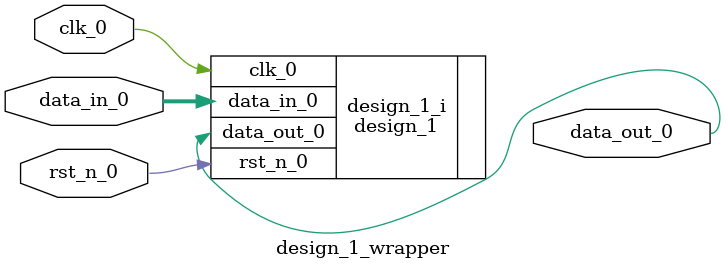
<source format=v>
`timescale 1 ps / 1 ps

module design_1_wrapper
   (clk_0,
    data_in_0,
    data_out_0,
    rst_n_0);
  input clk_0;
  input [7:0]data_in_0;
  output data_out_0;
  input rst_n_0;

  wire clk_0;
  wire [7:0]data_in_0;
  wire data_out_0;
  wire rst_n_0;

  design_1 design_1_i
       (.clk_0(clk_0),
        .data_in_0(data_in_0),
        .data_out_0(data_out_0),
        .rst_n_0(rst_n_0));
endmodule

</source>
